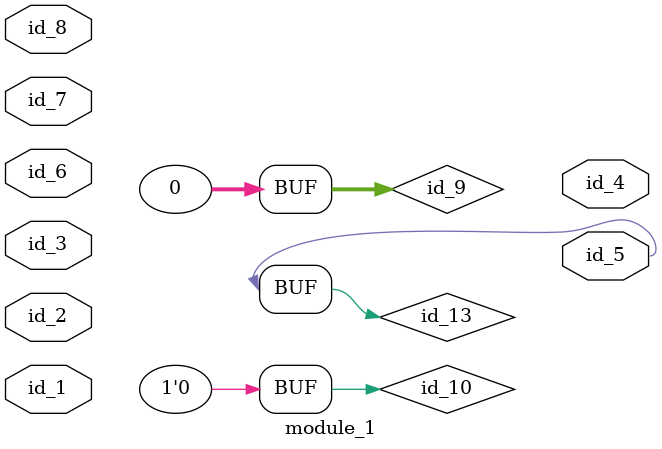
<source format=v>
module module_0 ();
endmodule
module module_1 (
    id_1,
    id_2,
    id_3,
    id_4,
    id_5,
    id_6,
    id_7,
    id_8
);
  inout wire id_8;
  input wire id_7;
  inout wire id_6;
  output wire id_5;
  output wire id_4;
  inout wire id_3;
  input wire id_2;
  input wire id_1;
  integer id_9 = 1'b0;
  wor id_10;
  assign id_10 = (1'b0);
  module_0 modCall_1 ();
  wire id_11, id_12, id_13;
  wire id_14;
  assign id_5 = id_13;
  wire id_15;
endmodule

</source>
